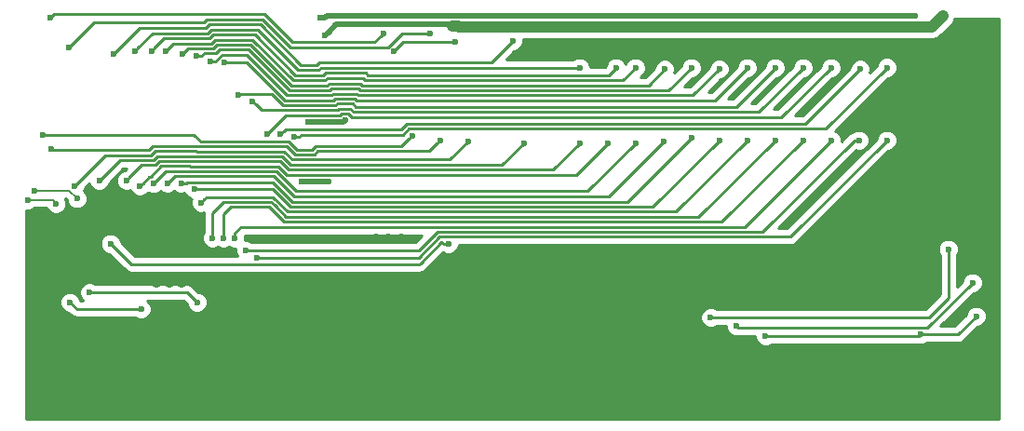
<source format=gbr>
G04 #@! TF.FileFunction,Copper,L2,Bot,Signal*
%FSLAX46Y46*%
G04 Gerber Fmt 4.6, Leading zero omitted, Abs format (unit mm)*
G04 Created by KiCad (PCBNEW 4.0.2+dfsg1-stable) date  3.05.2016 (вт) 14:48:06 EEST*
%MOMM*%
G01*
G04 APERTURE LIST*
%ADD10C,0.600000*%
%ADD11C,0.900000*%
%ADD12C,0.600000*%
%ADD13C,0.508000*%
%ADD14C,0.254000*%
%ADD15C,0.762000*%
%ADD16C,1.000000*%
%ADD17C,0.152400*%
G04 APERTURE END LIST*
D10*
D11*
X74930000Y-66802000D03*
X73787000Y-66802000D03*
X72644000Y-66802000D03*
X92583000Y-62738000D03*
X94869000Y-62738000D03*
X93726000Y-62738000D03*
X144145000Y-55626000D03*
X143002000Y-55626000D03*
X141859000Y-55626000D03*
D12*
X89786498Y-52060008D03*
X86469402Y-52199127D03*
X84069085Y-62795304D03*
X82381252Y-62784127D03*
X100076000Y-66294000D03*
X143256000Y-75125000D03*
X148463000Y-75184000D03*
X148844000Y-73152000D03*
X145669000Y-62103000D03*
X87980000Y-44322980D03*
X144145000Y-42545000D03*
X88268828Y-57608637D03*
X85852000Y-57608637D03*
X141605000Y-42545000D03*
X87562926Y-42731926D03*
X123047990Y-69977000D03*
X144653000Y-63754000D03*
X142118047Y-71531204D03*
X147193000Y-69850000D03*
X128047990Y-71628000D03*
X64712299Y-45394414D03*
X97536000Y-44112797D03*
X65405000Y-59161000D03*
X61536210Y-58420000D03*
X71247000Y-69215000D03*
X64770000Y-68580000D03*
X95885000Y-53422019D03*
X62314999Y-53340000D03*
X63515273Y-59631490D03*
X93320424Y-44112789D03*
X62992000Y-42672000D03*
X60960000Y-59309000D03*
X76327000Y-68580000D03*
X66548000Y-67691000D03*
X98425000Y-53876029D03*
X63045386Y-54651862D03*
X65153534Y-58035424D03*
X100965000Y-53982009D03*
X146858009Y-66802000D03*
X125349000Y-70739000D03*
X68453000Y-63246000D03*
X99187000Y-63257030D03*
X94222646Y-45791739D03*
X99797354Y-44896599D03*
X67445799Y-57531000D03*
X106045000Y-54102000D03*
X68707000Y-46031021D03*
X105029000Y-44831000D03*
X72380070Y-57799737D03*
X116205000Y-54102000D03*
X73496600Y-45720000D03*
X116205000Y-47254000D03*
X73634091Y-57785000D03*
X118745000Y-53975000D03*
X75020600Y-45974000D03*
X118872000Y-47381000D03*
X72190685Y-45730055D03*
X114427000Y-47262000D03*
X71122095Y-58039274D03*
X113665000Y-54102000D03*
X69913543Y-57503894D03*
X111125000Y-54102000D03*
X70676653Y-45754161D03*
X111125000Y-47254000D03*
X79756000Y-62738000D03*
X133985000Y-53848000D03*
X82673232Y-53313425D03*
X133985000Y-47254000D03*
X83924585Y-53330109D03*
X136652000Y-47381000D03*
X80772000Y-63881000D03*
X136525000Y-53848000D03*
X81788000Y-64516000D03*
X139065000Y-53848000D03*
X85209396Y-53553834D03*
X139065000Y-47239580D03*
X81399010Y-50292000D03*
X131445000Y-47254000D03*
X78740000Y-62738000D03*
X131445000Y-53848000D03*
X80129010Y-49703993D03*
X128905000Y-47254000D03*
X77724000Y-62738000D03*
X128905000Y-53848000D03*
X78858862Y-46755708D03*
X126365000Y-47254000D03*
X76700048Y-59520399D03*
X126365000Y-53848000D03*
X77588201Y-46674020D03*
X123825000Y-47364525D03*
X76095386Y-58284148D03*
X123825000Y-53866863D03*
X76318201Y-46220010D03*
X121285000Y-47254000D03*
X74888112Y-57745621D03*
X121285000Y-53630135D03*
D13*
X89786498Y-52060008D02*
X89647379Y-52199127D01*
X89647379Y-52199127D02*
X86469402Y-52199127D01*
D14*
X84057908Y-62784127D02*
X84069085Y-62795304D01*
X82381252Y-62784127D02*
X84057908Y-62784127D01*
D15*
X148463000Y-75184000D02*
X143315000Y-75184000D01*
X143315000Y-75184000D02*
X143256000Y-75125000D01*
X148844000Y-69502882D02*
X148844000Y-73152000D01*
X148844000Y-64135000D02*
X148844000Y-69502882D01*
X146812000Y-62103000D02*
X148844000Y-64135000D01*
X145669000Y-62103000D02*
X146812000Y-62103000D01*
D13*
X99568000Y-43499010D02*
X99410314Y-43341324D01*
X99410314Y-43341324D02*
X88961656Y-43341324D01*
X88961656Y-43341324D02*
X88279999Y-44022981D01*
X88279999Y-44022981D02*
X87980000Y-44322980D01*
D16*
X144145000Y-42545000D02*
X143144999Y-43545001D01*
X143144999Y-43545001D02*
X100135214Y-43545001D01*
X100135214Y-43545001D02*
X100089223Y-43499010D01*
X100089223Y-43499010D02*
X99568000Y-43499010D01*
D13*
X87844564Y-57608637D02*
X85852000Y-57608637D01*
X88268828Y-57608637D02*
X87844564Y-57608637D01*
X141180736Y-42545000D02*
X141605000Y-42545000D01*
X87987190Y-42731926D02*
X88174116Y-42545000D01*
X88174116Y-42545000D02*
X141180736Y-42545000D01*
X87562926Y-42731926D02*
X87987190Y-42731926D01*
D14*
X144653000Y-68199000D02*
X142875000Y-69977000D01*
X142875000Y-69977000D02*
X123047990Y-69977000D01*
X144653000Y-63754000D02*
X144653000Y-68199000D01*
X145511796Y-71531204D02*
X142542311Y-71531204D01*
X142542311Y-71531204D02*
X142118047Y-71531204D01*
X142021251Y-71628000D02*
X142118047Y-71531204D01*
X128047990Y-71628000D02*
X142021251Y-71628000D01*
X147193000Y-69850000D02*
X145511796Y-71531204D01*
X65012298Y-45094415D02*
X64712299Y-45394414D01*
X82296372Y-42884321D02*
X77241494Y-42884322D01*
X77241494Y-42884322D02*
X76973353Y-43152463D01*
X97536000Y-44112797D02*
X94973626Y-44112797D01*
X93682412Y-45404011D02*
X84816062Y-45404011D01*
X94973626Y-44112797D02*
X93682412Y-45404011D01*
X84816062Y-45404011D02*
X82296372Y-42884321D01*
X66954249Y-43152464D02*
X65012298Y-45094415D01*
X76973353Y-43152463D02*
X66954249Y-43152464D01*
D17*
X64664000Y-58420000D02*
X65405000Y-59161000D01*
X61536210Y-58420000D02*
X64664000Y-58420000D01*
D14*
X64770000Y-68580000D02*
X65405000Y-69215000D01*
X65405000Y-69215000D02*
X71247000Y-69215000D01*
X84687506Y-53957128D02*
X85439379Y-54709001D01*
X87125310Y-54395652D02*
X94911367Y-54395652D01*
X76049278Y-53340000D02*
X76666406Y-53957128D01*
X95585001Y-53722018D02*
X95885000Y-53422019D01*
X85439379Y-54709001D02*
X86811961Y-54709001D01*
X62314999Y-53340000D02*
X76049278Y-53340000D01*
X94911367Y-54395652D02*
X95585001Y-53722018D01*
X86811961Y-54709001D02*
X87125310Y-54395652D01*
X76666406Y-53957128D02*
X84687506Y-53957128D01*
D17*
X63192783Y-59309000D02*
X63215274Y-59331491D01*
X60960000Y-59309000D02*
X63192783Y-59309000D01*
X63215274Y-59331491D02*
X63515273Y-59631490D01*
D14*
X93020425Y-44412788D02*
X93320424Y-44112789D01*
X85004119Y-44950000D02*
X92483213Y-44950000D01*
X63291999Y-42372001D02*
X82426120Y-42372001D01*
X62992000Y-42672000D02*
X63291999Y-42372001D01*
X92483213Y-44950000D02*
X93020425Y-44412788D01*
X82426120Y-42372001D02*
X85004119Y-44950000D01*
X66548000Y-67691000D02*
X75438000Y-67691000D01*
X75438000Y-67691000D02*
X76327000Y-68580000D01*
X63146130Y-54752606D02*
X71973112Y-54752606D01*
X84499448Y-54411138D02*
X85251321Y-55163011D01*
X97451366Y-54849663D02*
X98125001Y-54176028D01*
X85251321Y-55163011D02*
X87000019Y-55163011D01*
X87313367Y-54849663D02*
X97451366Y-54849663D01*
X76461758Y-54394540D02*
X76478356Y-54411138D01*
X76478356Y-54411138D02*
X84499448Y-54411138D01*
X98125001Y-54176028D02*
X98425000Y-53876029D01*
X72331178Y-54394540D02*
X76461758Y-54394540D01*
X87000019Y-55163011D02*
X87313367Y-54849663D01*
X71973112Y-54752606D02*
X72331178Y-54394540D01*
X63045386Y-54651862D02*
X63146130Y-54752606D01*
X67982341Y-55206617D02*
X65453533Y-57735425D01*
X76290295Y-54865145D02*
X76273701Y-54848551D01*
X76273701Y-54848551D02*
X72519235Y-54848551D01*
X72161169Y-55206617D02*
X67982341Y-55206617D01*
X85031562Y-55617022D02*
X84279685Y-54865145D01*
X99329987Y-55617022D02*
X85031562Y-55617022D01*
X72519235Y-54848551D02*
X72161169Y-55206617D01*
X65453533Y-57735425D02*
X65153534Y-58035424D01*
X84279685Y-54865145D02*
X76290295Y-54865145D01*
X100965000Y-53982009D02*
X99329987Y-55617022D01*
X125349000Y-70739000D02*
X125514184Y-70904184D01*
X125514184Y-70904184D02*
X142755825Y-70904184D01*
X142755825Y-70904184D02*
X146858009Y-66802000D01*
X96649766Y-65024000D02*
X96530765Y-65143001D01*
X96530765Y-65143001D02*
X70350001Y-65143001D01*
X70350001Y-65143001D02*
X68453000Y-63246000D01*
X98589736Y-63084030D02*
X96649766Y-65024000D01*
X99187000Y-63257030D02*
X98762736Y-63257030D01*
X98762736Y-63257030D02*
X98589736Y-63084030D01*
X94522645Y-45491740D02*
X94222646Y-45791739D01*
X99797354Y-44896599D02*
X95117786Y-44896599D01*
X95117786Y-44896599D02*
X94522645Y-45491740D01*
X72349226Y-55660628D02*
X69316171Y-55660628D01*
X72707293Y-55302561D02*
X72349226Y-55660628D01*
X84843505Y-56071033D02*
X84091628Y-55319156D01*
X106045000Y-54102000D02*
X104075967Y-56071033D01*
X69316171Y-55660628D02*
X67745798Y-57231001D01*
X104075967Y-56071033D02*
X84843505Y-56071033D01*
X76085643Y-55302561D02*
X72707293Y-55302561D01*
X84091628Y-55319156D02*
X76102238Y-55319156D01*
X67745798Y-57231001D02*
X67445799Y-57531000D01*
X76102238Y-55319156D02*
X76085643Y-55302561D01*
X105029000Y-44831000D02*
X103120919Y-46739081D01*
X85801984Y-47032001D02*
X82108315Y-43338332D01*
X71131547Y-43606474D02*
X69006999Y-45731022D01*
X82108315Y-43338332D02*
X77429552Y-43338332D01*
X103120919Y-46739081D02*
X87478574Y-46739081D01*
X87478574Y-46739081D02*
X87185654Y-47032001D01*
X87185654Y-47032001D02*
X85801984Y-47032001D01*
X77429552Y-43338332D02*
X77161410Y-43606474D01*
X77161410Y-43606474D02*
X71131547Y-43606474D01*
X69006999Y-45731022D02*
X68707000Y-46031021D01*
X75538067Y-56681189D02*
X75521469Y-56664591D01*
X73515216Y-56664591D02*
X72680069Y-57499738D01*
X75521469Y-56664591D02*
X73515216Y-56664591D01*
X83527457Y-56681189D02*
X75538067Y-56681189D01*
X116205000Y-54102000D02*
X111821991Y-58485009D01*
X72680069Y-57499738D02*
X72380070Y-57799737D01*
X111821991Y-58485009D02*
X85331277Y-58485009D01*
X85331277Y-58485009D02*
X83527457Y-56681189D01*
X74168515Y-45048085D02*
X73796599Y-45420001D01*
X77993723Y-44700365D02*
X77646003Y-45048085D01*
X81393085Y-44700365D02*
X77993723Y-44700365D01*
X88007086Y-48394031D02*
X85086751Y-48394031D01*
X116205000Y-47254000D02*
X115064982Y-48394018D01*
X77646003Y-45048085D02*
X74168515Y-45048085D01*
X115064982Y-48394018D02*
X91606434Y-48394018D01*
X91606434Y-48394018D02*
X91425637Y-48213221D01*
X73796599Y-45420001D02*
X73496600Y-45720000D01*
X91425637Y-48213221D02*
X88187896Y-48213221D01*
X85086751Y-48394031D02*
X81393085Y-44700365D01*
X88187896Y-48213221D02*
X88007086Y-48394031D01*
X73934090Y-57485001D02*
X73634091Y-57785000D01*
X75252976Y-57135200D02*
X75236377Y-57118601D01*
X74300490Y-57118601D02*
X73934090Y-57485001D01*
X85143220Y-58939020D02*
X83339400Y-57135200D01*
X113780980Y-58939020D02*
X85143220Y-58939020D01*
X75236377Y-57118601D02*
X74300490Y-57118601D01*
X83339400Y-57135200D02*
X75252976Y-57135200D01*
X118745000Y-53975000D02*
X113780980Y-58939020D01*
X88334263Y-48708922D02*
X88195144Y-48848041D01*
X81205028Y-45154376D02*
X78181780Y-45154376D01*
X75492504Y-45502096D02*
X75320599Y-45674001D01*
X91354908Y-48848029D02*
X91215801Y-48708922D01*
X84898693Y-48848041D02*
X81205028Y-45154376D01*
X118872000Y-47381000D02*
X117404971Y-48848029D01*
X75320599Y-45674001D02*
X75020600Y-45974000D01*
X88195144Y-48848041D02*
X84898693Y-48848041D01*
X117404971Y-48848029D02*
X91354908Y-48848029D01*
X77834060Y-45502096D02*
X75492504Y-45502096D01*
X91215801Y-48708922D02*
X88334263Y-48708922D01*
X78181780Y-45154376D02*
X77834060Y-45502096D01*
X85274809Y-47940021D02*
X81581142Y-44246354D01*
X77457946Y-44594074D02*
X73326666Y-44594074D01*
X113748993Y-47940007D02*
X91874478Y-47940007D01*
X81581142Y-44246354D02*
X77805666Y-44246354D01*
X87819028Y-47940021D02*
X85274809Y-47940021D01*
X88037207Y-47721842D02*
X87819028Y-47940021D01*
X114427000Y-47262000D02*
X113748993Y-47940007D01*
X73326666Y-44594074D02*
X72490684Y-45430056D01*
X91656313Y-47721842D02*
X88037207Y-47721842D01*
X72490684Y-45430056D02*
X72190685Y-45730055D01*
X91874478Y-47940007D02*
X91656313Y-47721842D01*
X77805666Y-44246354D02*
X77457946Y-44594074D01*
X71422094Y-57739275D02*
X71122095Y-58039274D01*
X75726124Y-56227178D02*
X75709527Y-56210581D01*
X71988633Y-57172736D02*
X71422094Y-57739275D01*
X75709527Y-56210581D02*
X73083409Y-56210581D01*
X110785383Y-56981617D02*
X84469953Y-56981617D01*
X72121254Y-57172736D02*
X71988633Y-57172736D01*
X113665000Y-54102000D02*
X110785383Y-56981617D01*
X83715514Y-56227178D02*
X75726124Y-56227178D01*
X73083409Y-56210581D02*
X72121254Y-57172736D01*
X84469953Y-56981617D02*
X83715514Y-56227178D01*
X72537283Y-56114639D02*
X71302798Y-56114639D01*
X70213542Y-57203895D02*
X69913543Y-57503894D01*
X108701956Y-56525044D02*
X84655448Y-56525044D01*
X83903571Y-55773167D02*
X75914181Y-55773167D01*
X84655448Y-56525044D02*
X83903571Y-55773167D01*
X71302798Y-56114639D02*
X70213542Y-57203895D01*
X111125000Y-54102000D02*
X108701956Y-56525044D01*
X75897585Y-55756571D02*
X72895351Y-55756571D01*
X72895351Y-55756571D02*
X72537283Y-56114639D01*
X75914181Y-55773167D02*
X75897585Y-55756571D01*
X111125000Y-47254000D02*
X87605723Y-47254000D01*
X77617609Y-43792343D02*
X77269889Y-44140063D01*
X87605723Y-47254000D02*
X87373711Y-47486012D01*
X87373711Y-47486012D02*
X85542857Y-47486012D01*
X85542857Y-47486012D02*
X81849188Y-43792343D01*
X81849188Y-43792343D02*
X77617609Y-43792343D01*
X77269889Y-44140063D02*
X72290751Y-44140063D01*
X72290751Y-44140063D02*
X70976652Y-45454162D01*
X70976652Y-45454162D02*
X70676653Y-45754161D01*
X133985000Y-53848000D02*
X126111000Y-61722000D01*
X126111000Y-61722000D02*
X80316847Y-61722000D01*
X80316847Y-61722000D02*
X79756000Y-62282847D01*
X79756000Y-62282847D02*
X79756000Y-62738000D01*
X89462603Y-51432988D02*
X89323488Y-51572103D01*
X84414556Y-51572103D02*
X82973231Y-53013426D01*
X89323488Y-51572103D02*
X84414556Y-51572103D01*
X90087463Y-51432988D02*
X89462603Y-51432988D01*
X133985000Y-47254000D02*
X129442462Y-51796538D01*
X90451013Y-51796538D02*
X90087463Y-51432988D01*
X129442462Y-51796538D02*
X90451013Y-51796538D01*
X82973231Y-53013426D02*
X82673232Y-53313425D01*
X84390125Y-52864569D02*
X84224584Y-53030110D01*
X94872418Y-52864569D02*
X84390125Y-52864569D01*
X84224584Y-53030110D02*
X83924585Y-53330109D01*
X95395980Y-52341007D02*
X94872418Y-52864569D01*
X136652000Y-47381000D02*
X131691994Y-52341006D01*
X131691994Y-52341006D02*
X95395980Y-52341007D01*
X136525000Y-53848000D02*
X136100736Y-53848000D01*
X136100736Y-53848000D02*
X127772726Y-62176010D01*
X127772726Y-62176010D02*
X98189135Y-62176010D01*
X98189135Y-62176010D02*
X96484145Y-63881000D01*
X96484145Y-63881000D02*
X80772000Y-63881000D01*
X82212264Y-64516000D02*
X81788000Y-64516000D01*
X96491213Y-64516000D02*
X82212264Y-64516000D01*
X98377192Y-62630021D02*
X96491213Y-64516000D01*
X130282979Y-62630021D02*
X98377192Y-62630021D01*
X139065000Y-53848000D02*
X130282979Y-62630021D01*
X139065000Y-47239580D02*
X133509563Y-52795017D01*
X85633660Y-53553834D02*
X85209396Y-53553834D01*
X85832495Y-53354999D02*
X85633660Y-53553834D01*
X95044016Y-53354999D02*
X85832495Y-53354999D01*
X133509563Y-52795017D02*
X95603998Y-52795017D01*
X95603998Y-52795017D02*
X95044016Y-53354999D01*
X127412526Y-51286474D02*
X90583017Y-51286474D01*
X81699009Y-50591999D02*
X81399010Y-50292000D01*
X89135437Y-51118086D02*
X82225096Y-51118086D01*
X82225096Y-51118086D02*
X81699009Y-50591999D01*
X90275519Y-50978977D02*
X89274546Y-50978977D01*
X89274546Y-50978977D02*
X89135437Y-51118086D01*
X90583017Y-51286474D02*
X90275519Y-50978977D01*
X131445000Y-47254000D02*
X127412526Y-51286474D01*
X79404080Y-59914920D02*
X78740000Y-60579000D01*
X78740000Y-60579000D02*
X78740000Y-62738000D01*
X82887786Y-59914920D02*
X79404080Y-59914920D01*
X120245095Y-61252039D02*
X84224905Y-61252039D01*
X84224905Y-61252039D02*
X82887786Y-59914920D01*
X131445000Y-53848000D02*
X124040963Y-61252037D01*
X124040963Y-61252037D02*
X120245097Y-61252037D01*
X120245097Y-61252037D02*
X120245095Y-61252039D01*
X89086489Y-50524966D02*
X88947375Y-50664080D01*
X83119488Y-49657000D02*
X80128201Y-49657000D01*
X88947375Y-50664080D02*
X84126568Y-50664080D01*
X128905000Y-47254000D02*
X125354602Y-50804398D01*
X90463575Y-50524966D02*
X89086489Y-50524966D01*
X90743009Y-50804398D02*
X90463575Y-50524966D01*
X125354602Y-50804398D02*
X90743009Y-50804398D01*
X84126568Y-50664080D02*
X83119488Y-49657000D01*
X83439000Y-59824066D02*
X83075844Y-59460910D01*
X83075844Y-59460910D02*
X78716054Y-59460910D01*
X78716054Y-59460910D02*
X77724000Y-60452964D01*
X77724000Y-60452964D02*
X77724000Y-62738000D01*
X83439000Y-59824066D02*
X83371967Y-59757033D01*
X120057038Y-60798029D02*
X84412962Y-60798029D01*
X84412962Y-60798029D02*
X83439000Y-59824066D01*
X128905000Y-53848000D02*
X121954972Y-60798028D01*
X121954972Y-60798028D02*
X120057038Y-60798029D01*
X80860264Y-46755708D02*
X79283126Y-46755708D01*
X117040010Y-50238010D02*
X90818687Y-50238010D01*
X79283126Y-46755708D02*
X78858862Y-46755708D01*
X90651630Y-50070955D02*
X88898432Y-50070955D01*
X90818687Y-50238010D02*
X90651630Y-50070955D01*
X88898432Y-50070955D02*
X88759317Y-50210070D01*
X84314626Y-50210070D02*
X80860264Y-46755708D01*
X88759317Y-50210070D02*
X84314626Y-50210070D01*
X119187057Y-50238010D02*
X117040010Y-50238010D01*
X117040010Y-50238010D02*
X117012071Y-50210071D01*
X126365000Y-47254000D02*
X123408931Y-50210069D01*
X123408931Y-50210069D02*
X119214998Y-50210069D01*
X119214998Y-50210069D02*
X119187057Y-50238010D01*
X77000047Y-59220400D02*
X76700048Y-59520399D01*
X84601019Y-60344019D02*
X83263900Y-59006900D01*
X126365000Y-53848000D02*
X119868981Y-60344019D01*
X119868981Y-60344019D02*
X84601019Y-60344019D01*
X77213547Y-59006900D02*
X77000047Y-59220400D01*
X83263900Y-59006900D02*
X77213547Y-59006900D01*
X78012465Y-46674020D02*
X77588201Y-46674020D01*
X121433466Y-49756059D02*
X90978802Y-49756059D01*
X78624087Y-46062398D02*
X78012465Y-46674020D01*
X88710377Y-49616944D02*
X88571260Y-49756061D01*
X123825000Y-47364525D02*
X121433466Y-49756059D01*
X84522577Y-49756061D02*
X80828914Y-46062398D01*
X88571260Y-49756061D02*
X84522577Y-49756061D01*
X80828914Y-46062398D02*
X78624087Y-46062398D01*
X90839687Y-49616944D02*
X88710377Y-49616944D01*
X90978802Y-49756059D02*
X90839687Y-49616944D01*
X123825000Y-53866863D02*
X117801853Y-59890010D01*
X117801853Y-59890010D02*
X84810075Y-59890010D01*
X76519650Y-58284148D02*
X76095386Y-58284148D01*
X84810075Y-59890010D02*
X83204213Y-58284148D01*
X83204213Y-58284148D02*
X76519650Y-58284148D01*
X81016971Y-45608387D02*
X78369837Y-45608387D01*
X119236960Y-49302040D02*
X91166850Y-49302039D01*
X88383202Y-49302051D02*
X84710635Y-49302051D01*
X88522320Y-49162933D02*
X88383202Y-49302051D01*
X121285000Y-47254000D02*
X119236960Y-49302040D01*
X78369837Y-45608387D02*
X78022117Y-45956107D01*
X78022117Y-45956107D02*
X77006368Y-45956107D01*
X91166850Y-49302039D02*
X91027744Y-49162933D01*
X91027744Y-49162933D02*
X88522320Y-49162933D01*
X77006368Y-45956107D02*
X76742465Y-46220010D01*
X76742465Y-46220010D02*
X76318201Y-46220010D01*
X84710635Y-49302051D02*
X81016971Y-45608387D01*
X75400956Y-57657041D02*
X75312376Y-57745621D01*
X115479135Y-59436000D02*
X84998132Y-59436000D01*
X75312376Y-57745621D02*
X74888112Y-57745621D01*
X121285000Y-53630135D02*
X115479135Y-59436000D01*
X83219173Y-57657041D02*
X75400956Y-57657041D01*
X84998132Y-59436000D02*
X83219173Y-57657041D01*
G36*
X149238000Y-79238000D02*
X60762000Y-79238000D01*
X60762000Y-70162167D01*
X122112828Y-70162167D01*
X122254873Y-70505943D01*
X122517663Y-70769192D01*
X122861191Y-70911838D01*
X123233157Y-70912162D01*
X123576933Y-70770117D01*
X123608104Y-70739000D01*
X124413999Y-70739000D01*
X124413838Y-70924167D01*
X124555883Y-71267943D01*
X124818673Y-71531192D01*
X125162201Y-71673838D01*
X125534167Y-71674162D01*
X125553475Y-71666184D01*
X127112956Y-71666184D01*
X127112828Y-71813167D01*
X127254873Y-72156943D01*
X127517663Y-72420192D01*
X127861191Y-72562838D01*
X128233157Y-72563162D01*
X128576933Y-72421117D01*
X128608104Y-72390000D01*
X141748119Y-72390000D01*
X141931248Y-72466042D01*
X142303214Y-72466366D01*
X142646990Y-72324321D01*
X142678161Y-72293204D01*
X145511796Y-72293204D01*
X145803401Y-72235200D01*
X146050611Y-72070019D01*
X147335506Y-70785125D01*
X147378167Y-70785162D01*
X147721943Y-70643117D01*
X147985192Y-70380327D01*
X148127838Y-70036799D01*
X148128162Y-69664833D01*
X147986117Y-69321057D01*
X147723327Y-69057808D01*
X147379799Y-68915162D01*
X147007833Y-68914838D01*
X146664057Y-69056883D01*
X146400808Y-69319673D01*
X146258162Y-69663201D01*
X146258124Y-69707246D01*
X145196166Y-70769204D01*
X143968435Y-70769204D01*
X147000515Y-67737125D01*
X147043176Y-67737162D01*
X147386952Y-67595117D01*
X147650201Y-67332327D01*
X147792847Y-66988799D01*
X147793171Y-66616833D01*
X147651126Y-66273057D01*
X147388336Y-66009808D01*
X147044808Y-65867162D01*
X146672842Y-65866838D01*
X146329066Y-66008883D01*
X146065817Y-66271673D01*
X145923171Y-66615201D01*
X145923133Y-66659245D01*
X145415000Y-67167378D01*
X145415000Y-64314466D01*
X145445192Y-64284327D01*
X145587838Y-63940799D01*
X145588162Y-63568833D01*
X145446117Y-63225057D01*
X145183327Y-62961808D01*
X144839799Y-62819162D01*
X144467833Y-62818838D01*
X144124057Y-62960883D01*
X143860808Y-63223673D01*
X143718162Y-63567201D01*
X143717838Y-63939167D01*
X143859883Y-64282943D01*
X143891000Y-64314114D01*
X143891000Y-67883369D01*
X142559370Y-69215000D01*
X123608456Y-69215000D01*
X123578317Y-69184808D01*
X123234789Y-69042162D01*
X122862823Y-69041838D01*
X122519047Y-69183883D01*
X122255798Y-69446673D01*
X122113152Y-69790201D01*
X122112828Y-70162167D01*
X60762000Y-70162167D01*
X60762000Y-68765167D01*
X63834838Y-68765167D01*
X63976883Y-69108943D01*
X64239673Y-69372192D01*
X64583201Y-69514838D01*
X64627246Y-69514876D01*
X64866185Y-69753816D01*
X65014377Y-69852834D01*
X65113395Y-69918996D01*
X65405000Y-69977000D01*
X70686534Y-69977000D01*
X70716673Y-70007192D01*
X71060201Y-70149838D01*
X71432167Y-70150162D01*
X71775943Y-70008117D01*
X72039192Y-69745327D01*
X72181838Y-69401799D01*
X72182162Y-69029833D01*
X72040117Y-68686057D01*
X71807466Y-68453000D01*
X75122370Y-68453000D01*
X75391875Y-68722505D01*
X75391838Y-68765167D01*
X75533883Y-69108943D01*
X75796673Y-69372192D01*
X76140201Y-69514838D01*
X76512167Y-69515162D01*
X76855943Y-69373117D01*
X77119192Y-69110327D01*
X77261838Y-68766799D01*
X77262162Y-68394833D01*
X77120117Y-68051057D01*
X76857327Y-67787808D01*
X76513799Y-67645162D01*
X76469754Y-67645124D01*
X75976815Y-67152185D01*
X75889144Y-67093605D01*
X75729605Y-66987004D01*
X75438000Y-66929000D01*
X67108466Y-66929000D01*
X67078327Y-66898808D01*
X66734799Y-66756162D01*
X66362833Y-66755838D01*
X66019057Y-66897883D01*
X65755808Y-67160673D01*
X65613162Y-67504201D01*
X65612838Y-67876167D01*
X65754883Y-68219943D01*
X65987534Y-68453000D01*
X65720631Y-68453000D01*
X65705125Y-68437494D01*
X65705162Y-68394833D01*
X65563117Y-68051057D01*
X65300327Y-67787808D01*
X64956799Y-67645162D01*
X64584833Y-67644838D01*
X64241057Y-67786883D01*
X63977808Y-68049673D01*
X63835162Y-68393201D01*
X63834838Y-68765167D01*
X60762000Y-68765167D01*
X60762000Y-60239187D01*
X60773201Y-60243838D01*
X61145167Y-60244162D01*
X61488943Y-60102117D01*
X61571003Y-60020200D01*
X62664213Y-60020200D01*
X62722156Y-60160433D01*
X62984946Y-60423682D01*
X63328474Y-60566328D01*
X63700440Y-60566652D01*
X64044216Y-60424607D01*
X64307465Y-60161817D01*
X64450111Y-59818289D01*
X64450435Y-59446323D01*
X64320229Y-59131200D01*
X64369412Y-59131200D01*
X64469938Y-59231726D01*
X64469838Y-59346167D01*
X64611883Y-59689943D01*
X64874673Y-59953192D01*
X65218201Y-60095838D01*
X65590167Y-60096162D01*
X65933943Y-59954117D01*
X66197192Y-59691327D01*
X66339838Y-59347799D01*
X66340162Y-58975833D01*
X66198117Y-58632057D01*
X66000426Y-58434020D01*
X66088372Y-58222223D01*
X66088410Y-58178178D01*
X66522269Y-57744319D01*
X66652682Y-58059943D01*
X66915472Y-58323192D01*
X67259000Y-58465838D01*
X67630966Y-58466162D01*
X67974742Y-58324117D01*
X68237991Y-58061327D01*
X68380637Y-57717799D01*
X68380675Y-57673754D01*
X69631802Y-56422628D01*
X69917179Y-56422628D01*
X69771038Y-56568769D01*
X69728376Y-56568732D01*
X69384600Y-56710777D01*
X69121351Y-56973567D01*
X68978705Y-57317095D01*
X68978381Y-57689061D01*
X69120426Y-58032837D01*
X69383216Y-58296086D01*
X69726744Y-58438732D01*
X70098710Y-58439056D01*
X70249813Y-58376622D01*
X70328978Y-58568217D01*
X70591768Y-58831466D01*
X70935296Y-58974112D01*
X71307262Y-58974436D01*
X71651038Y-58832391D01*
X71879530Y-58604298D01*
X72193271Y-58734575D01*
X72565237Y-58734899D01*
X72909013Y-58592854D01*
X73014389Y-58487661D01*
X73103764Y-58577192D01*
X73447292Y-58719838D01*
X73819258Y-58720162D01*
X74163034Y-58578117D01*
X74280731Y-58460625D01*
X74357785Y-58537813D01*
X74701313Y-58680459D01*
X75073279Y-58680783D01*
X75222179Y-58619259D01*
X75302269Y-58813091D01*
X75565059Y-59076340D01*
X75826889Y-59185062D01*
X75765210Y-59333600D01*
X75764886Y-59705566D01*
X75906931Y-60049342D01*
X76169721Y-60312591D01*
X76513249Y-60455237D01*
X76885215Y-60455561D01*
X76968313Y-60421226D01*
X76962000Y-60452964D01*
X76962000Y-62177534D01*
X76931808Y-62207673D01*
X76789162Y-62551201D01*
X76788838Y-62923167D01*
X76930883Y-63266943D01*
X77193673Y-63530192D01*
X77537201Y-63672838D01*
X77909167Y-63673162D01*
X78232371Y-63539617D01*
X78553201Y-63672838D01*
X78925167Y-63673162D01*
X79248371Y-63539617D01*
X79569201Y-63672838D01*
X79845933Y-63673079D01*
X79837162Y-63694201D01*
X79836838Y-64066167D01*
X79966924Y-64381001D01*
X70665632Y-64381001D01*
X69388125Y-63103495D01*
X69388162Y-63060833D01*
X69246117Y-62717057D01*
X68983327Y-62453808D01*
X68639799Y-62311162D01*
X68267833Y-62310838D01*
X67924057Y-62452883D01*
X67660808Y-62715673D01*
X67518162Y-63059201D01*
X67517838Y-63431167D01*
X67659883Y-63774943D01*
X67922673Y-64038192D01*
X68266201Y-64180838D01*
X68310246Y-64180876D01*
X69811186Y-65681817D01*
X70058397Y-65846998D01*
X70350001Y-65905001D01*
X96530765Y-65905001D01*
X96822370Y-65846997D01*
X97069580Y-65681816D01*
X98688824Y-64062572D01*
X99000201Y-64191868D01*
X99372167Y-64192192D01*
X99715943Y-64050147D01*
X99979192Y-63787357D01*
X100121838Y-63443829D01*
X100121883Y-63392021D01*
X130282979Y-63392021D01*
X130574584Y-63334017D01*
X130821794Y-63168836D01*
X139207506Y-54783125D01*
X139250167Y-54783162D01*
X139593943Y-54641117D01*
X139857192Y-54378327D01*
X139999838Y-54034799D01*
X140000162Y-53662833D01*
X139858117Y-53319057D01*
X139595327Y-53055808D01*
X139251799Y-52913162D01*
X138879833Y-52912838D01*
X138536057Y-53054883D01*
X138272808Y-53317673D01*
X138130162Y-53661201D01*
X138130124Y-53705245D01*
X129967349Y-61868021D01*
X129158345Y-61868021D01*
X136271306Y-54755061D01*
X136338201Y-54782838D01*
X136710167Y-54783162D01*
X137053943Y-54641117D01*
X137317192Y-54378327D01*
X137459838Y-54034799D01*
X137460162Y-53662833D01*
X137318117Y-53319057D01*
X137055327Y-53055808D01*
X136711799Y-52913162D01*
X136339833Y-52912838D01*
X135996057Y-53054883D01*
X135931080Y-53119747D01*
X135809131Y-53144004D01*
X135730609Y-53196471D01*
X135561921Y-53309184D01*
X134919911Y-53951194D01*
X134920162Y-53662833D01*
X134778117Y-53319057D01*
X134515327Y-53055808D01*
X134381834Y-53000376D01*
X139207506Y-48174705D01*
X139250167Y-48174742D01*
X139593943Y-48032697D01*
X139857192Y-47769907D01*
X139999838Y-47426379D01*
X140000162Y-47054413D01*
X139858117Y-46710637D01*
X139595327Y-46447388D01*
X139251799Y-46304742D01*
X138879833Y-46304418D01*
X138536057Y-46446463D01*
X138272808Y-46709253D01*
X138130162Y-47052781D01*
X138130124Y-47096825D01*
X137535489Y-47691460D01*
X137586838Y-47567799D01*
X137587162Y-47195833D01*
X137445117Y-46852057D01*
X137182327Y-46588808D01*
X136838799Y-46446162D01*
X136466833Y-46445838D01*
X136123057Y-46587883D01*
X135859808Y-46850673D01*
X135717162Y-47194201D01*
X135717124Y-47238245D01*
X131376364Y-51579006D01*
X130737624Y-51579006D01*
X134127505Y-48189125D01*
X134170167Y-48189162D01*
X134513943Y-48047117D01*
X134777192Y-47784327D01*
X134919838Y-47440799D01*
X134920162Y-47068833D01*
X134778117Y-46725057D01*
X134515327Y-46461808D01*
X134171799Y-46319162D01*
X133799833Y-46318838D01*
X133456057Y-46460883D01*
X133192808Y-46723673D01*
X133050162Y-47067201D01*
X133050124Y-47111246D01*
X129126832Y-51034538D01*
X128742092Y-51034538D01*
X131587506Y-48189125D01*
X131630167Y-48189162D01*
X131973943Y-48047117D01*
X132237192Y-47784327D01*
X132379838Y-47440799D01*
X132380162Y-47068833D01*
X132238117Y-46725057D01*
X131975327Y-46461808D01*
X131631799Y-46319162D01*
X131259833Y-46318838D01*
X130916057Y-46460883D01*
X130652808Y-46723673D01*
X130510162Y-47067201D01*
X130510124Y-47111245D01*
X127096896Y-50524474D01*
X126712156Y-50524474D01*
X129047505Y-48189125D01*
X129090167Y-48189162D01*
X129433943Y-48047117D01*
X129697192Y-47784327D01*
X129839838Y-47440799D01*
X129840162Y-47068833D01*
X129698117Y-46725057D01*
X129435327Y-46461808D01*
X129091799Y-46319162D01*
X128719833Y-46318838D01*
X128376057Y-46460883D01*
X128112808Y-46723673D01*
X127970162Y-47067201D01*
X127970124Y-47111246D01*
X125038972Y-50042398D01*
X124654232Y-50042398D01*
X126507505Y-48189125D01*
X126550167Y-48189162D01*
X126893943Y-48047117D01*
X127157192Y-47784327D01*
X127299838Y-47440799D01*
X127300162Y-47068833D01*
X127158117Y-46725057D01*
X126895327Y-46461808D01*
X126551799Y-46319162D01*
X126179833Y-46318838D01*
X125836057Y-46460883D01*
X125572808Y-46723673D01*
X125430162Y-47067201D01*
X125430124Y-47111246D01*
X123093301Y-49448069D01*
X122819086Y-49448069D01*
X123967505Y-48299650D01*
X124010167Y-48299687D01*
X124353943Y-48157642D01*
X124617192Y-47894852D01*
X124759838Y-47551324D01*
X124760162Y-47179358D01*
X124618117Y-46835582D01*
X124355327Y-46572333D01*
X124011799Y-46429687D01*
X123639833Y-46429363D01*
X123296057Y-46571408D01*
X123032808Y-46834198D01*
X122890162Y-47177726D01*
X122890124Y-47221771D01*
X121117836Y-48994059D01*
X120622571Y-48994059D01*
X121427505Y-48189125D01*
X121470167Y-48189162D01*
X121813943Y-48047117D01*
X122077192Y-47784327D01*
X122219838Y-47440799D01*
X122220162Y-47068833D01*
X122078117Y-46725057D01*
X121815327Y-46461808D01*
X121471799Y-46319162D01*
X121099833Y-46318838D01*
X120756057Y-46460883D01*
X120492808Y-46723673D01*
X120350162Y-47067201D01*
X120350124Y-47111246D01*
X119745249Y-47716121D01*
X119806838Y-47567799D01*
X119807162Y-47195833D01*
X119665117Y-46852057D01*
X119402327Y-46588808D01*
X119058799Y-46446162D01*
X118686833Y-46445838D01*
X118343057Y-46587883D01*
X118079808Y-46850673D01*
X117937162Y-47194201D01*
X117937124Y-47238246D01*
X117089341Y-48086029D01*
X116639769Y-48086029D01*
X116733943Y-48047117D01*
X116997192Y-47784327D01*
X117139838Y-47440799D01*
X117140162Y-47068833D01*
X116998117Y-46725057D01*
X116735327Y-46461808D01*
X116391799Y-46319162D01*
X116019833Y-46318838D01*
X115676057Y-46460883D01*
X115412808Y-46723673D01*
X115314281Y-46960952D01*
X115220117Y-46733057D01*
X114957327Y-46469808D01*
X114613799Y-46327162D01*
X114241833Y-46326838D01*
X113898057Y-46468883D01*
X113634808Y-46731673D01*
X113492162Y-47075201D01*
X113492124Y-47119246D01*
X113433363Y-47178007D01*
X112060067Y-47178007D01*
X112060162Y-47068833D01*
X111918117Y-46725057D01*
X111655327Y-46461808D01*
X111311799Y-46319162D01*
X110939833Y-46318838D01*
X110596057Y-46460883D01*
X110564886Y-46492000D01*
X104445630Y-46492000D01*
X105171505Y-45766125D01*
X105214167Y-45766162D01*
X105557943Y-45624117D01*
X105821192Y-45361327D01*
X105963838Y-45017799D01*
X105964132Y-44680001D01*
X143144999Y-44680001D01*
X143579345Y-44593604D01*
X143947565Y-44347567D01*
X144947566Y-43347566D01*
X145193603Y-42979345D01*
X145236836Y-42762000D01*
X149238000Y-42762000D01*
X149238000Y-79238000D01*
X149238000Y-79238000D01*
G37*
X149238000Y-79238000D02*
X60762000Y-79238000D01*
X60762000Y-70162167D01*
X122112828Y-70162167D01*
X122254873Y-70505943D01*
X122517663Y-70769192D01*
X122861191Y-70911838D01*
X123233157Y-70912162D01*
X123576933Y-70770117D01*
X123608104Y-70739000D01*
X124413999Y-70739000D01*
X124413838Y-70924167D01*
X124555883Y-71267943D01*
X124818673Y-71531192D01*
X125162201Y-71673838D01*
X125534167Y-71674162D01*
X125553475Y-71666184D01*
X127112956Y-71666184D01*
X127112828Y-71813167D01*
X127254873Y-72156943D01*
X127517663Y-72420192D01*
X127861191Y-72562838D01*
X128233157Y-72563162D01*
X128576933Y-72421117D01*
X128608104Y-72390000D01*
X141748119Y-72390000D01*
X141931248Y-72466042D01*
X142303214Y-72466366D01*
X142646990Y-72324321D01*
X142678161Y-72293204D01*
X145511796Y-72293204D01*
X145803401Y-72235200D01*
X146050611Y-72070019D01*
X147335506Y-70785125D01*
X147378167Y-70785162D01*
X147721943Y-70643117D01*
X147985192Y-70380327D01*
X148127838Y-70036799D01*
X148128162Y-69664833D01*
X147986117Y-69321057D01*
X147723327Y-69057808D01*
X147379799Y-68915162D01*
X147007833Y-68914838D01*
X146664057Y-69056883D01*
X146400808Y-69319673D01*
X146258162Y-69663201D01*
X146258124Y-69707246D01*
X145196166Y-70769204D01*
X143968435Y-70769204D01*
X147000515Y-67737125D01*
X147043176Y-67737162D01*
X147386952Y-67595117D01*
X147650201Y-67332327D01*
X147792847Y-66988799D01*
X147793171Y-66616833D01*
X147651126Y-66273057D01*
X147388336Y-66009808D01*
X147044808Y-65867162D01*
X146672842Y-65866838D01*
X146329066Y-66008883D01*
X146065817Y-66271673D01*
X145923171Y-66615201D01*
X145923133Y-66659245D01*
X145415000Y-67167378D01*
X145415000Y-64314466D01*
X145445192Y-64284327D01*
X145587838Y-63940799D01*
X145588162Y-63568833D01*
X145446117Y-63225057D01*
X145183327Y-62961808D01*
X144839799Y-62819162D01*
X144467833Y-62818838D01*
X144124057Y-62960883D01*
X143860808Y-63223673D01*
X143718162Y-63567201D01*
X143717838Y-63939167D01*
X143859883Y-64282943D01*
X143891000Y-64314114D01*
X143891000Y-67883369D01*
X142559370Y-69215000D01*
X123608456Y-69215000D01*
X123578317Y-69184808D01*
X123234789Y-69042162D01*
X122862823Y-69041838D01*
X122519047Y-69183883D01*
X122255798Y-69446673D01*
X122113152Y-69790201D01*
X122112828Y-70162167D01*
X60762000Y-70162167D01*
X60762000Y-68765167D01*
X63834838Y-68765167D01*
X63976883Y-69108943D01*
X64239673Y-69372192D01*
X64583201Y-69514838D01*
X64627246Y-69514876D01*
X64866185Y-69753816D01*
X65014377Y-69852834D01*
X65113395Y-69918996D01*
X65405000Y-69977000D01*
X70686534Y-69977000D01*
X70716673Y-70007192D01*
X71060201Y-70149838D01*
X71432167Y-70150162D01*
X71775943Y-70008117D01*
X72039192Y-69745327D01*
X72181838Y-69401799D01*
X72182162Y-69029833D01*
X72040117Y-68686057D01*
X71807466Y-68453000D01*
X75122370Y-68453000D01*
X75391875Y-68722505D01*
X75391838Y-68765167D01*
X75533883Y-69108943D01*
X75796673Y-69372192D01*
X76140201Y-69514838D01*
X76512167Y-69515162D01*
X76855943Y-69373117D01*
X77119192Y-69110327D01*
X77261838Y-68766799D01*
X77262162Y-68394833D01*
X77120117Y-68051057D01*
X76857327Y-67787808D01*
X76513799Y-67645162D01*
X76469754Y-67645124D01*
X75976815Y-67152185D01*
X75889144Y-67093605D01*
X75729605Y-66987004D01*
X75438000Y-66929000D01*
X67108466Y-66929000D01*
X67078327Y-66898808D01*
X66734799Y-66756162D01*
X66362833Y-66755838D01*
X66019057Y-66897883D01*
X65755808Y-67160673D01*
X65613162Y-67504201D01*
X65612838Y-67876167D01*
X65754883Y-68219943D01*
X65987534Y-68453000D01*
X65720631Y-68453000D01*
X65705125Y-68437494D01*
X65705162Y-68394833D01*
X65563117Y-68051057D01*
X65300327Y-67787808D01*
X64956799Y-67645162D01*
X64584833Y-67644838D01*
X64241057Y-67786883D01*
X63977808Y-68049673D01*
X63835162Y-68393201D01*
X63834838Y-68765167D01*
X60762000Y-68765167D01*
X60762000Y-60239187D01*
X60773201Y-60243838D01*
X61145167Y-60244162D01*
X61488943Y-60102117D01*
X61571003Y-60020200D01*
X62664213Y-60020200D01*
X62722156Y-60160433D01*
X62984946Y-60423682D01*
X63328474Y-60566328D01*
X63700440Y-60566652D01*
X64044216Y-60424607D01*
X64307465Y-60161817D01*
X64450111Y-59818289D01*
X64450435Y-59446323D01*
X64320229Y-59131200D01*
X64369412Y-59131200D01*
X64469938Y-59231726D01*
X64469838Y-59346167D01*
X64611883Y-59689943D01*
X64874673Y-59953192D01*
X65218201Y-60095838D01*
X65590167Y-60096162D01*
X65933943Y-59954117D01*
X66197192Y-59691327D01*
X66339838Y-59347799D01*
X66340162Y-58975833D01*
X66198117Y-58632057D01*
X66000426Y-58434020D01*
X66088372Y-58222223D01*
X66088410Y-58178178D01*
X66522269Y-57744319D01*
X66652682Y-58059943D01*
X66915472Y-58323192D01*
X67259000Y-58465838D01*
X67630966Y-58466162D01*
X67974742Y-58324117D01*
X68237991Y-58061327D01*
X68380637Y-57717799D01*
X68380675Y-57673754D01*
X69631802Y-56422628D01*
X69917179Y-56422628D01*
X69771038Y-56568769D01*
X69728376Y-56568732D01*
X69384600Y-56710777D01*
X69121351Y-56973567D01*
X68978705Y-57317095D01*
X68978381Y-57689061D01*
X69120426Y-58032837D01*
X69383216Y-58296086D01*
X69726744Y-58438732D01*
X70098710Y-58439056D01*
X70249813Y-58376622D01*
X70328978Y-58568217D01*
X70591768Y-58831466D01*
X70935296Y-58974112D01*
X71307262Y-58974436D01*
X71651038Y-58832391D01*
X71879530Y-58604298D01*
X72193271Y-58734575D01*
X72565237Y-58734899D01*
X72909013Y-58592854D01*
X73014389Y-58487661D01*
X73103764Y-58577192D01*
X73447292Y-58719838D01*
X73819258Y-58720162D01*
X74163034Y-58578117D01*
X74280731Y-58460625D01*
X74357785Y-58537813D01*
X74701313Y-58680459D01*
X75073279Y-58680783D01*
X75222179Y-58619259D01*
X75302269Y-58813091D01*
X75565059Y-59076340D01*
X75826889Y-59185062D01*
X75765210Y-59333600D01*
X75764886Y-59705566D01*
X75906931Y-60049342D01*
X76169721Y-60312591D01*
X76513249Y-60455237D01*
X76885215Y-60455561D01*
X76968313Y-60421226D01*
X76962000Y-60452964D01*
X76962000Y-62177534D01*
X76931808Y-62207673D01*
X76789162Y-62551201D01*
X76788838Y-62923167D01*
X76930883Y-63266943D01*
X77193673Y-63530192D01*
X77537201Y-63672838D01*
X77909167Y-63673162D01*
X78232371Y-63539617D01*
X78553201Y-63672838D01*
X78925167Y-63673162D01*
X79248371Y-63539617D01*
X79569201Y-63672838D01*
X79845933Y-63673079D01*
X79837162Y-63694201D01*
X79836838Y-64066167D01*
X79966924Y-64381001D01*
X70665632Y-64381001D01*
X69388125Y-63103495D01*
X69388162Y-63060833D01*
X69246117Y-62717057D01*
X68983327Y-62453808D01*
X68639799Y-62311162D01*
X68267833Y-62310838D01*
X67924057Y-62452883D01*
X67660808Y-62715673D01*
X67518162Y-63059201D01*
X67517838Y-63431167D01*
X67659883Y-63774943D01*
X67922673Y-64038192D01*
X68266201Y-64180838D01*
X68310246Y-64180876D01*
X69811186Y-65681817D01*
X70058397Y-65846998D01*
X70350001Y-65905001D01*
X96530765Y-65905001D01*
X96822370Y-65846997D01*
X97069580Y-65681816D01*
X98688824Y-64062572D01*
X99000201Y-64191868D01*
X99372167Y-64192192D01*
X99715943Y-64050147D01*
X99979192Y-63787357D01*
X100121838Y-63443829D01*
X100121883Y-63392021D01*
X130282979Y-63392021D01*
X130574584Y-63334017D01*
X130821794Y-63168836D01*
X139207506Y-54783125D01*
X139250167Y-54783162D01*
X139593943Y-54641117D01*
X139857192Y-54378327D01*
X139999838Y-54034799D01*
X140000162Y-53662833D01*
X139858117Y-53319057D01*
X139595327Y-53055808D01*
X139251799Y-52913162D01*
X138879833Y-52912838D01*
X138536057Y-53054883D01*
X138272808Y-53317673D01*
X138130162Y-53661201D01*
X138130124Y-53705245D01*
X129967349Y-61868021D01*
X129158345Y-61868021D01*
X136271306Y-54755061D01*
X136338201Y-54782838D01*
X136710167Y-54783162D01*
X137053943Y-54641117D01*
X137317192Y-54378327D01*
X137459838Y-54034799D01*
X137460162Y-53662833D01*
X137318117Y-53319057D01*
X137055327Y-53055808D01*
X136711799Y-52913162D01*
X136339833Y-52912838D01*
X135996057Y-53054883D01*
X135931080Y-53119747D01*
X135809131Y-53144004D01*
X135730609Y-53196471D01*
X135561921Y-53309184D01*
X134919911Y-53951194D01*
X134920162Y-53662833D01*
X134778117Y-53319057D01*
X134515327Y-53055808D01*
X134381834Y-53000376D01*
X139207506Y-48174705D01*
X139250167Y-48174742D01*
X139593943Y-48032697D01*
X139857192Y-47769907D01*
X139999838Y-47426379D01*
X140000162Y-47054413D01*
X139858117Y-46710637D01*
X139595327Y-46447388D01*
X139251799Y-46304742D01*
X138879833Y-46304418D01*
X138536057Y-46446463D01*
X138272808Y-46709253D01*
X138130162Y-47052781D01*
X138130124Y-47096825D01*
X137535489Y-47691460D01*
X137586838Y-47567799D01*
X137587162Y-47195833D01*
X137445117Y-46852057D01*
X137182327Y-46588808D01*
X136838799Y-46446162D01*
X136466833Y-46445838D01*
X136123057Y-46587883D01*
X135859808Y-46850673D01*
X135717162Y-47194201D01*
X135717124Y-47238245D01*
X131376364Y-51579006D01*
X130737624Y-51579006D01*
X134127505Y-48189125D01*
X134170167Y-48189162D01*
X134513943Y-48047117D01*
X134777192Y-47784327D01*
X134919838Y-47440799D01*
X134920162Y-47068833D01*
X134778117Y-46725057D01*
X134515327Y-46461808D01*
X134171799Y-46319162D01*
X133799833Y-46318838D01*
X133456057Y-46460883D01*
X133192808Y-46723673D01*
X133050162Y-47067201D01*
X133050124Y-47111246D01*
X129126832Y-51034538D01*
X128742092Y-51034538D01*
X131587506Y-48189125D01*
X131630167Y-48189162D01*
X131973943Y-48047117D01*
X132237192Y-47784327D01*
X132379838Y-47440799D01*
X132380162Y-47068833D01*
X132238117Y-46725057D01*
X131975327Y-46461808D01*
X131631799Y-46319162D01*
X131259833Y-46318838D01*
X130916057Y-46460883D01*
X130652808Y-46723673D01*
X130510162Y-47067201D01*
X130510124Y-47111245D01*
X127096896Y-50524474D01*
X126712156Y-50524474D01*
X129047505Y-48189125D01*
X129090167Y-48189162D01*
X129433943Y-48047117D01*
X129697192Y-47784327D01*
X129839838Y-47440799D01*
X129840162Y-47068833D01*
X129698117Y-46725057D01*
X129435327Y-46461808D01*
X129091799Y-46319162D01*
X128719833Y-46318838D01*
X128376057Y-46460883D01*
X128112808Y-46723673D01*
X127970162Y-47067201D01*
X127970124Y-47111246D01*
X125038972Y-50042398D01*
X124654232Y-50042398D01*
X126507505Y-48189125D01*
X126550167Y-48189162D01*
X126893943Y-48047117D01*
X127157192Y-47784327D01*
X127299838Y-47440799D01*
X127300162Y-47068833D01*
X127158117Y-46725057D01*
X126895327Y-46461808D01*
X126551799Y-46319162D01*
X126179833Y-46318838D01*
X125836057Y-46460883D01*
X125572808Y-46723673D01*
X125430162Y-47067201D01*
X125430124Y-47111246D01*
X123093301Y-49448069D01*
X122819086Y-49448069D01*
X123967505Y-48299650D01*
X124010167Y-48299687D01*
X124353943Y-48157642D01*
X124617192Y-47894852D01*
X124759838Y-47551324D01*
X124760162Y-47179358D01*
X124618117Y-46835582D01*
X124355327Y-46572333D01*
X124011799Y-46429687D01*
X123639833Y-46429363D01*
X123296057Y-46571408D01*
X123032808Y-46834198D01*
X122890162Y-47177726D01*
X122890124Y-47221771D01*
X121117836Y-48994059D01*
X120622571Y-48994059D01*
X121427505Y-48189125D01*
X121470167Y-48189162D01*
X121813943Y-48047117D01*
X122077192Y-47784327D01*
X122219838Y-47440799D01*
X122220162Y-47068833D01*
X122078117Y-46725057D01*
X121815327Y-46461808D01*
X121471799Y-46319162D01*
X121099833Y-46318838D01*
X120756057Y-46460883D01*
X120492808Y-46723673D01*
X120350162Y-47067201D01*
X120350124Y-47111246D01*
X119745249Y-47716121D01*
X119806838Y-47567799D01*
X119807162Y-47195833D01*
X119665117Y-46852057D01*
X119402327Y-46588808D01*
X119058799Y-46446162D01*
X118686833Y-46445838D01*
X118343057Y-46587883D01*
X118079808Y-46850673D01*
X117937162Y-47194201D01*
X117937124Y-47238246D01*
X117089341Y-48086029D01*
X116639769Y-48086029D01*
X116733943Y-48047117D01*
X116997192Y-47784327D01*
X117139838Y-47440799D01*
X117140162Y-47068833D01*
X116998117Y-46725057D01*
X116735327Y-46461808D01*
X116391799Y-46319162D01*
X116019833Y-46318838D01*
X115676057Y-46460883D01*
X115412808Y-46723673D01*
X115314281Y-46960952D01*
X115220117Y-46733057D01*
X114957327Y-46469808D01*
X114613799Y-46327162D01*
X114241833Y-46326838D01*
X113898057Y-46468883D01*
X113634808Y-46731673D01*
X113492162Y-47075201D01*
X113492124Y-47119246D01*
X113433363Y-47178007D01*
X112060067Y-47178007D01*
X112060162Y-47068833D01*
X111918117Y-46725057D01*
X111655327Y-46461808D01*
X111311799Y-46319162D01*
X110939833Y-46318838D01*
X110596057Y-46460883D01*
X110564886Y-46492000D01*
X104445630Y-46492000D01*
X105171505Y-45766125D01*
X105214167Y-45766162D01*
X105557943Y-45624117D01*
X105821192Y-45361327D01*
X105963838Y-45017799D01*
X105964132Y-44680001D01*
X143144999Y-44680001D01*
X143579345Y-44593604D01*
X143947565Y-44347567D01*
X144947566Y-43347566D01*
X145193603Y-42979345D01*
X145236836Y-42762000D01*
X149238000Y-42762000D01*
X149238000Y-79238000D01*
G36*
X96168515Y-63119000D02*
X81332466Y-63119000D01*
X81302327Y-63088808D01*
X80958799Y-62946162D01*
X80682067Y-62945921D01*
X80690838Y-62924799D01*
X80691162Y-62552833D01*
X80662721Y-62484000D01*
X96803515Y-62484000D01*
X96168515Y-63119000D01*
X96168515Y-63119000D01*
G37*
X96168515Y-63119000D02*
X81332466Y-63119000D01*
X81302327Y-63088808D01*
X80958799Y-62946162D01*
X80682067Y-62945921D01*
X80690838Y-62924799D01*
X80691162Y-62552833D01*
X80662721Y-62484000D01*
X96803515Y-62484000D01*
X96168515Y-63119000D01*
M02*

</source>
